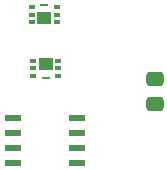
<source format=gbr>
%TF.GenerationSoftware,KiCad,Pcbnew,8.0.1*%
%TF.CreationDate,2024-07-22T19:22:35+02:00*%
%TF.ProjectId,Switch-_and_PowerDistribution-Board,53776974-6368-42d5-9f61-6e645f506f77,rev?*%
%TF.SameCoordinates,Original*%
%TF.FileFunction,Paste,Top*%
%TF.FilePolarity,Positive*%
%FSLAX46Y46*%
G04 Gerber Fmt 4.6, Leading zero omitted, Abs format (unit mm)*
G04 Created by KiCad (PCBNEW 8.0.1) date 2024-07-22 19:22:35*
%MOMM*%
%LPD*%
G01*
G04 APERTURE LIST*
G04 Aperture macros list*
%AMRoundRect*
0 Rectangle with rounded corners*
0 $1 Rounding radius*
0 $2 $3 $4 $5 $6 $7 $8 $9 X,Y pos of 4 corners*
0 Add a 4 corners polygon primitive as box body*
4,1,4,$2,$3,$4,$5,$6,$7,$8,$9,$2,$3,0*
0 Add four circle primitives for the rounded corners*
1,1,$1+$1,$2,$3*
1,1,$1+$1,$4,$5*
1,1,$1+$1,$6,$7*
1,1,$1+$1,$8,$9*
0 Add four rect primitives between the rounded corners*
20,1,$1+$1,$2,$3,$4,$5,0*
20,1,$1+$1,$4,$5,$6,$7,0*
20,1,$1+$1,$6,$7,$8,$9,0*
20,1,$1+$1,$8,$9,$2,$3,0*%
G04 Aperture macros list end*
%ADD10RoundRect,0.250000X0.475000X-0.337500X0.475000X0.337500X-0.475000X0.337500X-0.475000X-0.337500X0*%
%ADD11R,0.609600X0.304800*%
%ADD12R,1.244600X1.041400*%
%ADD13R,0.787400X0.228600*%
%ADD14R,1.460500X0.533400*%
G04 APERTURE END LIST*
D10*
%TO.C,C1*%
X124600000Y-103200000D03*
X124600000Y-101125000D03*
%TD*%
D11*
%TO.C,MOSFET1*%
X114291800Y-99550001D03*
X114291800Y-100200000D03*
X114291800Y-100849999D03*
X116400000Y-100849999D03*
X116400000Y-100200000D03*
X116400000Y-99550001D03*
D12*
X115345900Y-99870000D03*
D13*
X115345900Y-100985000D03*
%TD*%
D11*
%TO.C,MOSFET2*%
X116284200Y-96294999D03*
X116284200Y-95645000D03*
X116284200Y-94995001D03*
X114176000Y-94995001D03*
X114176000Y-95645000D03*
X114176000Y-96294999D03*
D12*
X115230100Y-95975000D03*
D13*
X115230100Y-94860000D03*
%TD*%
D14*
%TO.C,U3*%
X112560050Y-104390000D03*
X112560050Y-105660000D03*
X112560050Y-106930000D03*
X112560050Y-108200000D03*
X118008350Y-108200000D03*
X118008350Y-106930000D03*
X118008350Y-105660000D03*
X118008350Y-104390000D03*
%TD*%
M02*

</source>
